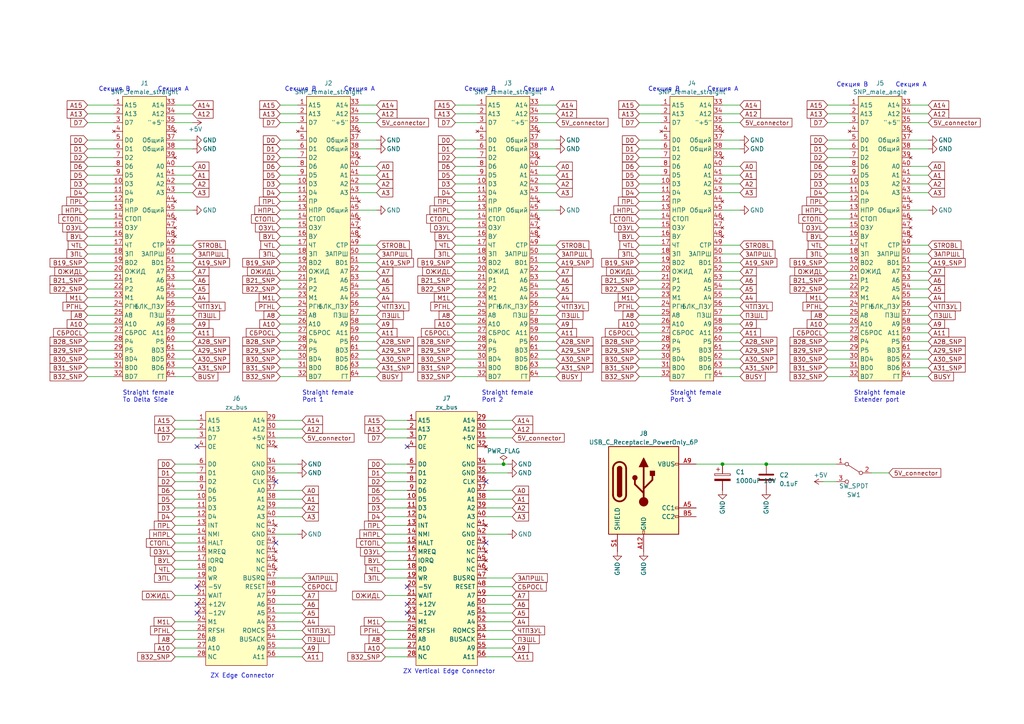
<source format=kicad_sch>
(kicad_sch (version 20230121) (generator eeschema)
  (paper "A4")
  (junction (at 222.25 134.62))
  (junction (at 209.55 134.62))
  (junction (at 146.05 134.62))
  (no_connect (at 140.97 139.7))
  (no_connect (at 57.15 175.26))
  (no_connect (at 118.11 175.26))
  (no_connect (at 57.15 177.8))
  (no_connect (at 140.97 157.48))
  (no_connect (at 80.01 157.48))
  (no_connect (at 118.11 177.8))
  (no_connect (at 118.11 129.54))
  (no_connect (at 80.01 139.7))
  (no_connect (at 57.15 170.18))
  (no_connect (at 118.11 170.18))
  (no_connect (at 57.15 129.54))
  (wire (pts (xy 55.88 109.22) (xy 50.8 109.22)))
  (wire (pts (xy 81.28 88.9) (xy 86.36 88.9)))
  (wire (pts (xy 240.03 99.06) (xy 246.38 99.06)))
  (wire (pts (xy 185.42 45.72) (xy 191.77 45.72)))
  (wire (pts (xy 104.14 86.36) (xy 109.22 86.36)))
  (wire (pts (xy 55.88 60.96) (xy 50.8 60.96)))
  (wire (pts (xy 81.28 101.6) (xy 86.36 101.6)))
  (wire (pts (xy 104.14 88.9) (xy 109.22 88.9)))
  (wire (pts (xy 156.21 81.28) (xy 161.29 81.28)))
  (wire (pts (xy 132.08 40.64) (xy 138.43 40.64)))
  (wire (pts (xy 104.14 109.22) (xy 109.22 109.22)))
  (wire (pts (xy 240.03 63.5) (xy 246.38 63.5)))
  (wire (pts (xy 209.55 83.82) (xy 214.63 83.82)))
  (wire (pts (xy 50.8 137.16) (xy 57.15 137.16)))
  (wire (pts (xy 264.16 86.36) (xy 269.24 86.36)))
  (wire (pts (xy 156.21 101.6) (xy 161.29 101.6)))
  (wire (pts (xy 81.28 104.14) (xy 86.36 104.14)))
  (wire (pts (xy 209.55 60.96) (xy 214.63 60.96)))
  (wire (pts (xy 81.28 68.58) (xy 86.36 68.58)))
  (wire (pts (xy 185.42 53.34) (xy 191.77 53.34)))
  (wire (pts (xy 264.16 55.88) (xy 269.24 55.88)))
  (wire (pts (xy 209.55 101.6) (xy 214.63 101.6)))
  (wire (pts (xy 156.21 30.48) (xy 161.29 30.48)))
  (wire (pts (xy 50.8 172.72) (xy 57.15 172.72)))
  (wire (pts (xy 25.4 33.02) (xy 33.02 33.02)))
  (wire (pts (xy 156.21 96.52) (xy 161.29 96.52)))
  (wire (pts (xy 111.76 160.02) (xy 118.11 160.02)))
  (wire (pts (xy 185.42 66.04) (xy 191.77 66.04)))
  (wire (pts (xy 81.28 93.98) (xy 86.36 93.98)))
  (wire (pts (xy 240.03 96.52) (xy 246.38 96.52)))
  (wire (pts (xy 50.8 127) (xy 57.15 127)))
  (wire (pts (xy 132.08 60.96) (xy 138.43 60.96)))
  (wire (pts (xy 104.14 71.12) (xy 109.22 71.12)))
  (wire (pts (xy 264.16 50.8) (xy 269.24 50.8)))
  (wire (pts (xy 185.42 30.48) (xy 191.77 30.48)))
  (wire (pts (xy 25.4 50.8) (xy 33.02 50.8)))
  (wire (pts (xy 111.76 149.86) (xy 118.11 149.86)))
  (wire (pts (xy 87.63 149.86) (xy 80.01 149.86)))
  (wire (pts (xy 185.42 76.2) (xy 191.77 76.2)))
  (wire (pts (xy 55.88 99.06) (xy 50.8 99.06)))
  (wire (pts (xy 55.88 101.6) (xy 50.8 101.6)))
  (wire (pts (xy 264.16 93.98) (xy 269.24 93.98)))
  (wire (pts (xy 132.08 53.34) (xy 138.43 53.34)))
  (wire (pts (xy 156.21 60.96) (xy 161.29 60.96)))
  (wire (pts (xy 50.8 190.5) (xy 57.15 190.5)))
  (wire (pts (xy 209.55 109.22) (xy 214.63 109.22)))
  (wire (pts (xy 156.21 43.18) (xy 161.29 43.18)))
  (wire (pts (xy 240.03 101.6) (xy 246.38 101.6)))
  (wire (pts (xy 209.55 104.14) (xy 214.63 104.14)))
  (wire (pts (xy 111.76 154.94) (xy 118.11 154.94)))
  (wire (pts (xy 156.21 76.2) (xy 161.29 76.2)))
  (wire (pts (xy 209.55 134.62) (xy 222.25 134.62)))
  (wire (pts (xy 209.55 35.56) (xy 214.63 35.56)))
  (wire (pts (xy 185.42 35.56) (xy 191.77 35.56)))
  (wire (pts (xy 209.55 93.98) (xy 214.63 93.98)))
  (wire (pts (xy 209.55 73.66) (xy 214.63 73.66)))
  (wire (pts (xy 81.28 63.5) (xy 86.36 63.5)))
  (wire (pts (xy 264.16 30.48) (xy 269.24 30.48)))
  (wire (pts (xy 240.03 93.98) (xy 246.38 93.98)))
  (wire (pts (xy 156.21 86.36) (xy 161.29 86.36)))
  (wire (pts (xy 104.14 76.2) (xy 109.22 76.2)))
  (wire (pts (xy 81.28 83.82) (xy 86.36 83.82)))
  (wire (pts (xy 55.88 88.9) (xy 50.8 88.9)))
  (wire (pts (xy 132.08 30.48) (xy 138.43 30.48)))
  (wire (pts (xy 209.55 55.88) (xy 214.63 55.88)))
  (wire (pts (xy 240.03 68.58) (xy 246.38 68.58)))
  (wire (pts (xy 209.55 106.68) (xy 214.63 106.68)))
  (wire (pts (xy 25.4 53.34) (xy 33.02 53.34)))
  (wire (pts (xy 148.59 167.64) (xy 140.97 167.64)))
  (wire (pts (xy 87.63 190.5) (xy 80.01 190.5)))
  (wire (pts (xy 240.03 55.88) (xy 246.38 55.88)))
  (wire (pts (xy 111.76 137.16) (xy 118.11 137.16)))
  (wire (pts (xy 185.42 50.8) (xy 191.77 50.8)))
  (wire (pts (xy 132.08 104.14) (xy 138.43 104.14)))
  (wire (pts (xy 25.4 96.52) (xy 33.02 96.52)))
  (wire (pts (xy 264.16 101.6) (xy 269.24 101.6)))
  (wire (pts (xy 140.97 127) (xy 148.59 127)))
  (wire (pts (xy 111.76 157.48) (xy 118.11 157.48)))
  (wire (pts (xy 185.42 55.88) (xy 191.77 55.88)))
  (wire (pts (xy 132.08 73.66) (xy 138.43 73.66)))
  (wire (pts (xy 185.42 60.96) (xy 191.77 60.96)))
  (wire (pts (xy 55.88 76.2) (xy 50.8 76.2)))
  (wire (pts (xy 104.14 83.82) (xy 109.22 83.82)))
  (wire (pts (xy 264.16 60.96) (xy 269.24 60.96)))
  (wire (pts (xy 87.63 142.24) (xy 80.01 142.24)))
  (wire (pts (xy 264.16 40.64) (xy 269.24 40.64)))
  (wire (pts (xy 104.14 99.06) (xy 109.22 99.06)))
  (wire (pts (xy 55.88 30.48) (xy 50.8 30.48)))
  (wire (pts (xy 81.28 78.74) (xy 86.36 78.74)))
  (wire (pts (xy 87.63 144.78) (xy 80.01 144.78)))
  (wire (pts (xy 87.63 177.8) (xy 80.01 177.8)))
  (wire (pts (xy 104.14 104.14) (xy 109.22 104.14)))
  (wire (pts (xy 185.42 99.06) (xy 191.77 99.06)))
  (wire (pts (xy 55.88 35.56) (xy 50.8 35.56)))
  (wire (pts (xy 156.21 35.56) (xy 161.29 35.56)))
  (wire (pts (xy 185.42 86.36) (xy 191.77 86.36)))
  (wire (pts (xy 240.03 35.56) (xy 246.38 35.56)))
  (wire (pts (xy 104.14 33.02) (xy 109.22 33.02)))
  (wire (pts (xy 25.4 76.2) (xy 33.02 76.2)))
  (wire (pts (xy 50.8 180.34) (xy 57.15 180.34)))
  (wire (pts (xy 81.28 86.36) (xy 86.36 86.36)))
  (wire (pts (xy 156.21 83.82) (xy 161.29 83.82)))
  (wire (pts (xy 132.08 99.06) (xy 138.43 99.06)))
  (wire (pts (xy 25.4 88.9) (xy 33.02 88.9)))
  (wire (pts (xy 33.02 99.06) (xy 25.4 99.06)))
  (wire (pts (xy 104.14 73.66) (xy 109.22 73.66)))
  (wire (pts (xy 240.03 48.26) (xy 246.38 48.26)))
  (wire (pts (xy 185.42 109.22) (xy 191.77 109.22)))
  (wire (pts (xy 148.59 142.24) (xy 140.97 142.24)))
  (wire (pts (xy 104.14 91.44) (xy 109.22 91.44)))
  (wire (pts (xy 50.8 154.94) (xy 57.15 154.94)))
  (wire (pts (xy 25.4 58.42) (xy 33.02 58.42)))
  (wire (pts (xy 104.14 106.68) (xy 109.22 106.68)))
  (wire (pts (xy 111.76 185.42) (xy 118.11 185.42)))
  (wire (pts (xy 81.28 30.48) (xy 86.36 30.48)))
  (wire (pts (xy 209.55 88.9) (xy 214.63 88.9)))
  (wire (pts (xy 240.03 33.02) (xy 246.38 33.02)))
  (wire (pts (xy 87.63 147.32) (xy 80.01 147.32)))
  (wire (pts (xy 104.14 53.34) (xy 109.22 53.34)))
  (wire (pts (xy 148.59 147.32) (xy 140.97 147.32)))
  (wire (pts (xy 50.8 152.4) (xy 57.15 152.4)))
  (wire (pts (xy 132.08 81.28) (xy 138.43 81.28)))
  (wire (pts (xy 104.14 96.52) (xy 109.22 96.52)))
  (wire (pts (xy 132.08 91.44) (xy 138.43 91.44)))
  (wire (pts (xy 156.21 73.66) (xy 161.29 73.66)))
  (wire (pts (xy 264.16 35.56) (xy 269.24 35.56)))
  (wire (pts (xy 264.16 96.52) (xy 269.24 96.52)))
  (wire (pts (xy 81.28 66.04) (xy 86.36 66.04)))
  (wire (pts (xy 25.4 68.58) (xy 33.02 68.58)))
  (wire (pts (xy 209.55 43.18) (xy 214.63 43.18)))
  (wire (pts (xy 240.03 50.8) (xy 246.38 50.8)))
  (wire (pts (xy 55.88 78.74) (xy 50.8 78.74)))
  (wire (pts (xy 50.8 134.62) (xy 57.15 134.62)))
  (wire (pts (xy 147.32 134.62) (xy 146.05 134.62)))
  (wire (pts (xy 55.88 55.88) (xy 50.8 55.88)))
  (wire (pts (xy 104.14 50.8) (xy 109.22 50.8)))
  (wire (pts (xy 33.02 83.82) (xy 25.4 83.82)))
  (wire (pts (xy 185.42 73.66) (xy 191.77 73.66)))
  (wire (pts (xy 240.03 45.72) (xy 246.38 45.72)))
  (wire (pts (xy 156.21 33.02) (xy 161.29 33.02)))
  (wire (pts (xy 104.14 40.64) (xy 109.22 40.64)))
  (wire (pts (xy 111.76 172.72) (xy 118.11 172.72)))
  (wire (pts (xy 185.42 48.26) (xy 191.77 48.26)))
  (wire (pts (xy 81.28 45.72) (xy 86.36 45.72)))
  (wire (pts (xy 147.32 154.94) (xy 140.97 154.94)))
  (wire (pts (xy 209.55 40.64) (xy 214.63 40.64)))
  (wire (pts (xy 55.88 106.68) (xy 50.8 106.68)))
  (wire (pts (xy 81.28 35.56) (xy 86.36 35.56)))
  (wire (pts (xy 132.08 58.42) (xy 138.43 58.42)))
  (wire (pts (xy 209.55 86.36) (xy 214.63 86.36)))
  (wire (pts (xy 209.55 96.52) (xy 214.63 96.52)))
  (wire (pts (xy 25.4 55.88) (xy 33.02 55.88)))
  (wire (pts (xy 50.8 167.64) (xy 57.15 167.64)))
  (wire (pts (xy 185.42 33.02) (xy 191.77 33.02)))
  (wire (pts (xy 55.88 71.12) (xy 50.8 71.12)))
  (wire (pts (xy 25.4 43.18) (xy 33.02 43.18)))
  (wire (pts (xy 81.28 96.52) (xy 86.36 96.52)))
  (wire (pts (xy 104.14 43.18) (xy 109.22 43.18)))
  (wire (pts (xy 111.76 162.56) (xy 118.11 162.56)))
  (wire (pts (xy 55.88 33.02) (xy 50.8 33.02)))
  (wire (pts (xy 81.28 60.96) (xy 86.36 60.96)))
  (wire (pts (xy 185.42 71.12) (xy 191.77 71.12)))
  (wire (pts (xy 148.59 185.42) (xy 140.97 185.42)))
  (wire (pts (xy 240.03 60.96) (xy 246.38 60.96)))
  (wire (pts (xy 132.08 78.74) (xy 138.43 78.74)))
  (wire (pts (xy 209.55 30.48) (xy 214.63 30.48)))
  (wire (pts (xy 111.76 124.46) (xy 118.11 124.46)))
  (wire (pts (xy 238.76 139.7) (xy 242.57 139.7)))
  (wire (pts (xy 240.03 109.22) (xy 246.38 109.22)))
  (wire (pts (xy 50.8 160.02) (xy 57.15 160.02)))
  (wire (pts (xy 50.8 147.32) (xy 57.15 147.32)))
  (wire (pts (xy 55.88 43.18) (xy 50.8 43.18)))
  (wire (pts (xy 25.4 86.36) (xy 33.02 86.36)))
  (wire (pts (xy 81.28 71.12) (xy 86.36 71.12)))
  (wire (pts (xy 111.76 144.78) (xy 118.11 144.78)))
  (wire (pts (xy 50.8 144.78) (xy 57.15 144.78)))
  (wire (pts (xy 87.63 167.64) (xy 80.01 167.64)))
  (wire (pts (xy 156.21 50.8) (xy 161.29 50.8)))
  (wire (pts (xy 264.16 83.82) (xy 269.24 83.82)))
  (wire (pts (xy 185.42 96.52) (xy 191.77 96.52)))
  (wire (pts (xy 81.28 48.26) (xy 86.36 48.26)))
  (wire (pts (xy 55.88 48.26) (xy 50.8 48.26)))
  (wire (pts (xy 240.03 104.14) (xy 246.38 104.14)))
  (wire (pts (xy 185.42 106.68) (xy 191.77 106.68)))
  (wire (pts (xy 240.03 71.12) (xy 246.38 71.12)))
  (wire (pts (xy 25.4 60.96) (xy 33.02 60.96)))
  (wire (pts (xy 111.76 165.1) (xy 118.11 165.1)))
  (wire (pts (xy 132.08 86.36) (xy 138.43 86.36)))
  (wire (pts (xy 111.76 167.64) (xy 118.11 167.64)))
  (wire (pts (xy 55.88 93.98) (xy 50.8 93.98)))
  (wire (pts (xy 25.4 109.22) (xy 33.02 109.22)))
  (wire (pts (xy 87.63 187.96) (xy 80.01 187.96)))
  (wire (pts (xy 86.36 137.16) (xy 80.01 137.16)))
  (wire (pts (xy 50.8 162.56) (xy 57.15 162.56)))
  (wire (pts (xy 185.42 63.5) (xy 191.77 63.5)))
  (wire (pts (xy 209.55 81.28) (xy 214.63 81.28)))
  (wire (pts (xy 25.4 104.14) (xy 33.02 104.14)))
  (wire (pts (xy 156.21 71.12) (xy 161.29 71.12)))
  (wire (pts (xy 111.76 152.4) (xy 118.11 152.4)))
  (wire (pts (xy 264.16 104.14) (xy 269.24 104.14)))
  (wire (pts (xy 50.8 149.86) (xy 57.15 149.86)))
  (wire (pts (xy 257.81 137.16) (xy 252.73 137.16)))
  (wire (pts (xy 132.08 101.6) (xy 138.43 101.6)))
  (wire (pts (xy 81.28 50.8) (xy 86.36 50.8)))
  (wire (pts (xy 264.16 48.26) (xy 269.24 48.26)))
  (wire (pts (xy 132.08 55.88) (xy 138.43 55.88)))
  (wire (pts (xy 156.21 93.98) (xy 161.29 93.98)))
  (wire (pts (xy 50.8 121.92) (xy 57.15 121.92)))
  (wire (pts (xy 156.21 91.44) (xy 161.29 91.44)))
  (wire (pts (xy 80.01 121.92) (xy 87.63 121.92)))
  (wire (pts (xy 209.55 91.44) (xy 214.63 91.44)))
  (wire (pts (xy 209.55 33.02) (xy 214.63 33.02)))
  (wire (pts (xy 209.55 50.8) (xy 214.63 50.8)))
  (wire (pts (xy 87.63 172.72) (xy 80.01 172.72)))
  (wire (pts (xy 156.21 104.14) (xy 161.29 104.14)))
  (wire (pts (xy 156.21 55.88) (xy 161.29 55.88)))
  (wire (pts (xy 81.28 106.68) (xy 86.36 106.68)))
  (wire (pts (xy 209.55 78.74) (xy 214.63 78.74)))
  (wire (pts (xy 132.08 71.12) (xy 138.43 71.12)))
  (wire (pts (xy 156.21 40.64) (xy 161.29 40.64)))
  (wire (pts (xy 264.16 33.02) (xy 269.24 33.02)))
  (wire (pts (xy 55.88 50.8) (xy 50.8 50.8)))
  (wire (pts (xy 148.59 175.26) (xy 140.97 175.26)))
  (wire (pts (xy 25.4 63.5) (xy 33.02 63.5)))
  (wire (pts (xy 104.14 81.28) (xy 109.22 81.28)))
  (wire (pts (xy 87.63 180.34) (xy 80.01 180.34)))
  (wire (pts (xy 81.28 58.42) (xy 86.36 58.42)))
  (wire (pts (xy 264.16 71.12) (xy 269.24 71.12)))
  (wire (pts (xy 81.28 55.88) (xy 86.36 55.88)))
  (wire (pts (xy 201.93 134.62) (xy 209.55 134.62)))
  (wire (pts (xy 185.42 68.58) (xy 191.77 68.58)))
  (wire (pts (xy 111.76 147.32) (xy 118.11 147.32)))
  (wire (pts (xy 140.97 124.46) (xy 148.59 124.46)))
  (wire (pts (xy 222.25 134.62) (xy 242.57 134.62)))
  (wire (pts (xy 33.02 81.28) (xy 25.4 81.28)))
  (wire (pts (xy 50.8 185.42) (xy 57.15 185.42)))
  (wire (pts (xy 104.14 30.48) (xy 109.22 30.48)))
  (wire (pts (xy 132.08 109.22) (xy 138.43 109.22)))
  (wire (pts (xy 209.55 71.12) (xy 214.63 71.12)))
  (wire (pts (xy 132.08 48.26) (xy 138.43 48.26)))
  (wire (pts (xy 148.59 190.5) (xy 140.97 190.5)))
  (wire (pts (xy 132.08 83.82) (xy 138.43 83.82)))
  (wire (pts (xy 185.42 81.28) (xy 191.77 81.28)))
  (wire (pts (xy 25.4 78.74) (xy 33.02 78.74)))
  (wire (pts (xy 111.76 139.7) (xy 118.11 139.7)))
  (wire (pts (xy 50.8 182.88) (xy 57.15 182.88)))
  (wire (pts (xy 156.21 99.06) (xy 161.29 99.06)))
  (wire (pts (xy 81.28 99.06) (xy 86.36 99.06)))
  (wire (pts (xy 111.76 142.24) (xy 118.11 142.24)))
  (wire (pts (xy 264.16 106.68) (xy 269.24 106.68)))
  (wire (pts (xy 25.4 35.56) (xy 33.02 35.56)))
  (wire (pts (xy 148.59 180.34) (xy 140.97 180.34)))
  (wire (pts (xy 104.14 78.74) (xy 109.22 78.74)))
  (wire (pts (xy 209.55 99.06) (xy 214.63 99.06)))
  (wire (pts (xy 87.63 182.88) (xy 80.01 182.88)))
  (wire (pts (xy 156.21 88.9) (xy 161.29 88.9)))
  (wire (pts (xy 264.16 109.22) (xy 269.24 109.22)))
  (wire (pts (xy 50.8 165.1) (xy 57.15 165.1)))
  (wire (pts (xy 81.28 81.28) (xy 86.36 81.28)))
  (wire (pts (xy 55.88 83.82) (xy 50.8 83.82)))
  (wire (pts (xy 55.88 81.28) (xy 50.8 81.28)))
  (wire (pts (xy 132.08 63.5) (xy 138.43 63.5)))
  (wire (pts (xy 148.59 144.78) (xy 140.97 144.78)))
  (wire (pts (xy 104.14 60.96) (xy 109.22 60.96)))
  (wire (pts (xy 132.08 96.52) (xy 138.43 96.52)))
  (wire (pts (xy 81.28 76.2) (xy 86.36 76.2)))
  (wire (pts (xy 264.16 88.9) (xy 269.24 88.9)))
  (wire (pts (xy 185.42 78.74) (xy 191.77 78.74)))
  (wire (pts (xy 55.88 73.66) (xy 50.8 73.66)))
  (wire (pts (xy 50.8 157.48) (xy 57.15 157.48)))
  (wire (pts (xy 156.21 53.34) (xy 161.29 53.34)))
  (wire (pts (xy 25.4 48.26) (xy 33.02 48.26)))
  (wire (pts (xy 25.4 40.64) (xy 33.02 40.64)))
  (wire (pts (xy 111.76 182.88) (xy 118.11 182.88)))
  (wire (pts (xy 156.21 106.68) (xy 161.29 106.68)))
  (wire (pts (xy 50.8 187.96) (xy 57.15 187.96)))
  (wire (pts (xy 81.28 53.34) (xy 86.36 53.34)))
  (wire (pts (xy 25.4 30.48) (xy 33.02 30.48)))
  (wire (pts (xy 132.08 93.98) (xy 138.43 93.98)))
  (wire (pts (xy 111.76 180.34) (xy 118.11 180.34)))
  (wire (pts (xy 240.03 91.44) (xy 246.38 91.44)))
  (wire (pts (xy 132.08 68.58) (xy 138.43 68.58)))
  (wire (pts (xy 240.03 58.42) (xy 246.38 58.42)))
  (wire (pts (xy 132.08 106.68) (xy 138.43 106.68)))
  (wire (pts (xy 209.55 53.34) (xy 214.63 53.34)))
  (wire (pts (xy 87.63 170.18) (xy 80.01 170.18)))
  (wire (pts (xy 111.76 187.96) (xy 118.11 187.96)))
  (wire (pts (xy 240.03 88.9) (xy 246.38 88.9)))
  (wire (pts (xy 240.03 83.82) (xy 246.38 83.82)))
  (wire (pts (xy 55.88 104.14) (xy 50.8 104.14)))
  (wire (pts (xy 185.42 91.44) (xy 191.77 91.44)))
  (wire (pts (xy 81.28 73.66) (xy 86.36 73.66)))
  (wire (pts (xy 240.03 53.34) (xy 246.38 53.34)))
  (wire (pts (xy 148.59 172.72) (xy 140.97 172.72)))
  (wire (pts (xy 50.8 142.24) (xy 57.15 142.24)))
  (wire (pts (xy 240.03 73.66) (xy 246.38 73.66)))
  (wire (pts (xy 185.42 101.6) (xy 191.77 101.6)))
  (wire (pts (xy 50.8 124.46) (xy 57.15 124.46)))
  (wire (pts (xy 25.4 91.44) (xy 33.02 91.44)))
  (wire (pts (xy 132.08 50.8) (xy 138.43 50.8)))
  (wire (pts (xy 86.36 154.94) (xy 80.01 154.94)))
  (wire (pts (xy 240.03 66.04) (xy 246.38 66.04)))
  (wire (pts (xy 264.16 53.34) (xy 269.24 53.34)))
  (wire (pts (xy 264.16 73.66) (xy 269.24 73.66)))
  (wire (pts (xy 147.32 137.16) (xy 140.97 137.16)))
  (wire (pts (xy 148.59 170.18) (xy 140.97 170.18)))
  (wire (pts (xy 185.42 83.82) (xy 191.77 83.82)))
  (wire (pts (xy 87.63 185.42) (xy 80.01 185.42)))
  (wire (pts (xy 55.88 86.36) (xy 50.8 86.36)))
  (wire (pts (xy 111.76 121.92) (xy 118.11 121.92)))
  (wire (pts (xy 55.88 96.52) (xy 50.8 96.52)))
  (wire (pts (xy 185.42 88.9) (xy 191.77 88.9)))
  (wire (pts (xy 55.88 40.64) (xy 50.8 40.64)))
  (wire (pts (xy 25.4 73.66) (xy 33.02 73.66)))
  (wire (pts (xy 185.42 43.18) (xy 191.77 43.18)))
  (wire (pts (xy 111.76 127) (xy 118.11 127)))
  (wire (pts (xy 81.28 40.64) (xy 86.36 40.64)))
  (wire (pts (xy 240.03 76.2) (xy 246.38 76.2)))
  (wire (pts (xy 104.14 48.26) (xy 109.22 48.26)))
  (wire (pts (xy 240.03 40.64) (xy 246.38 40.64)))
  (wire (pts (xy 209.55 76.2) (xy 214.63 76.2)))
  (wire (pts (xy 80.01 127) (xy 87.63 127)))
  (wire (pts (xy 240.03 43.18) (xy 246.38 43.18)))
  (wire (pts (xy 86.36 134.62) (xy 80.01 134.62)))
  (wire (pts (xy 185.42 93.98) (xy 191.77 93.98)))
  (wire (pts (xy 264.16 99.06) (xy 269.24 99.06)))
  (wire (pts (xy 148.59 182.88) (xy 140.97 182.88)))
  (wire (pts (xy 264.16 91.44) (xy 269.24 91.44)))
  (wire (pts (xy 264.16 43.18) (xy 269.24 43.18)))
  (wire (pts (xy 104.14 93.98) (xy 109.22 93.98)))
  (wire (pts (xy 55.88 53.34) (xy 50.8 53.34)))
  (wire (pts (xy 132.08 88.9) (xy 138.43 88.9)))
  (wire (pts (xy 104.14 55.88) (xy 109.22 55.88)))
  (wire (pts (xy 33.02 101.6) (xy 25.4 101.6)))
  (wire (pts (xy 148.59 187.96) (xy 140.97 187.96)))
  (wire (pts (xy 240.03 81.28) (xy 246.38 81.28)))
  (wire (pts (xy 25.4 106.68) (xy 33.02 106.68)))
  (wire (pts (xy 104.14 35.56) (xy 109.22 35.56)))
  (wire (pts (xy 185.42 40.64) (xy 191.77 40.64)))
  (wire (pts (xy 148.59 149.86) (xy 140.97 149.86)))
  (wire (pts (xy 140.97 121.92) (xy 148.59 121.92)))
  (wire (pts (xy 156.21 109.22) (xy 161.29 109.22)))
  (wire (pts (xy 240.03 30.48) (xy 246.38 30.48)))
  (wire (pts (xy 81.28 43.18) (xy 86.36 43.18)))
  (wire (pts (xy 185.42 104.14) (xy 191.77 104.14)))
  (wire (pts (xy 148.59 177.8) (xy 140.97 177.8)))
  (wire (pts (xy 240.03 78.74) (xy 246.38 78.74)))
  (wire (pts (xy 87.63 175.26) (xy 80.01 175.26)))
  (wire (pts (xy 132.08 33.02) (xy 138.43 33.02)))
  (wire (pts (xy 25.4 45.72) (xy 33.02 45.72)))
  (wire (pts (xy 132.08 76.2) (xy 138.43 76.2)))
  (wire (pts (xy 185.42 58.42) (xy 191.77 58.42)))
  (wire (pts (xy 264.16 76.2) (xy 269.24 76.2)))
  (wire (pts (xy 25.4 66.04) (xy 33.02 66.04)))
  (wire (pts (xy 81.28 33.02) (xy 86.36 33.02)))
  (wire (pts (xy 132.08 66.04) (xy 138.43 66.04)))
  (wire (pts (xy 111.76 190.5) (xy 118.11 190.5)))
  (wire (pts (xy 146.05 134.62) (xy 140.97 134.62)))
  (wire (pts (xy 156.21 48.26) (xy 161.29 48.26)))
  (wire (pts (xy 111.76 134.62) (xy 118.11 134.62)))
  (wire (pts (xy 264.16 78.74) (xy 269.24 78.74)))
  (wire (pts (xy 81.28 91.44) (xy 86.36 91.44)))
  (wire (pts (xy 132.08 43.18) (xy 138.43 43.18)))
  (wire (pts (xy 240.03 106.68) (xy 246.38 106.68)))
  (wire (pts (xy 25.4 71.12) (xy 33.02 71.12)))
  (wire (pts (xy 25.4 93.98) (xy 33.02 93.98)))
  (wire (pts (xy 156.21 78.74) (xy 161.29 78.74)))
  (wire (pts (xy 50.8 139.7) (xy 57.15 139.7)))
  (wire (pts (xy 132.08 45.72) (xy 138.43 45.72)))
  (wire (pts (xy 264.16 81.28) (xy 269.24 81.28)))
  (wire (pts (xy 209.55 48.26) (xy 214.63 48.26)))
  (wire (pts (xy 240.03 86.36) (xy 246.38 86.36)))
  (wire (pts (xy 55.88 91.44) (xy 50.8 91.44)))
  (wire (pts (xy 104.14 101.6) (xy 109.22 101.6)))
  (wire (pts (xy 80.01 124.46) (xy 87.63 124.46)))
  (wire (pts (xy 81.28 109.22) (xy 86.36 109.22)))
  (wire (pts (xy 132.08 35.56) (xy 138.43 35.56)))
  (text "Секция В" (at 187.96 26.67 0) (effects (font (size 1.27 1.27)) (justify left bottom)))
  (text "Секция А" (at 99.695 26.67 0) (effects (font (size 1.27 1.27)) (justify left bottom)))
  (text "Секция В" (at 242.57 25.4 0) (effects (font (size 1.27 1.27)) (justify left bottom)))
  (text "Straight female\nPort 3" (at 194.31 116.84 0) (effects (font (size 1.27 1.27)) (justify left bottom)))
  (text "Straight female\nTo Delta Side" (at 35.56 116.84 0) (effects (font (size 1.27 1.27)) (justify left bottom)))
  (text "ZX Vertical Edge Connector" (at 116.84 195.58 0) (effects (font (size 1.27 1.27)) (justify left bottom)))
  (text "Секция А" (at 45.72 26.67 0) (effects (font (size 1.27 1.27)) (justify left bottom)))
  (text "Straight female\nPort 2" (at 139.7 116.84 0) (effects (font (size 1.27 1.27)) (justify left bottom)))
  (text "Секция А" (at 205.105 26.67 0) (effects (font (size 1.27 1.27)) (justify left bottom)))
  (text "Секция А" (at 151.765 26.67 0) (effects (font (size 1.27 1.27)) (justify left bottom)))
  (text "ZX Edge Connector" (at 60.96 196.85 0) (effects (font (size 1.27 1.27)) (justify left bottom)))
  (text "Секция В" (at 82.55 26.67 0) (effects (font (size 1.27 1.27)) (justify left bottom)))
  (text "Секция А" (at 259.715 25.4 0) (effects (font (size 1.27 1.27)) (justify left bottom)))
  (text "Straight female\nExtender port" (at 247.65 116.84 0) (effects (font (size 1.27 1.27)) (justify left bottom)))
  (text "Straight female\nPort 1" (at 87.63 116.84 0) (effects (font (size 1.27 1.27)) (justify left bottom)))
  (text "Секция В" (at 134.62 26.67 0) (effects (font (size 1.27 1.27)) (justify left bottom)))
  (text "Секция В" (at 28.575 26.67 0) (effects (font (size 1.27 1.27)) (justify left bottom)))
  (global_label "STROBL" (shape input) (at 161.29 71.12 0) (property "Intersheetrefs" "${INTERSHEET_REFS}" (effects hide)))
  (global_label "ПРL" (shape input) (at 185.42 58.42 180) (property "Intersheetrefs" "${INTERSHEET_REFS}" (effects hide)))
  (global_label "B31_SNP" (shape input) (at 132.08 106.68 180) (property "Intersheetrefs" "${INTERSHEET_REFS}" (effects hide)))
  (global_label "M1L" (shape input) (at 185.42 86.36 180) (property "Intersheetrefs" "${INTERSHEET_REFS}" (effects hide)))
  (global_label "B19_SNP" (shape input) (at 240.03 76.2 180) (property "Intersheetrefs" "${INTERSHEET_REFS}" (effects hide)))
  (global_label "B28_SNP" (shape input) (at 81.28 99.06 180) (property "Intersheetrefs" "${INTERSHEET_REFS}" (effects hide)))
  (global_label "D0" (shape input) (at 81.28 40.64 180) (property "Intersheetrefs" "${INTERSHEET_REFS}" (effects hide)))
  (global_label "D6" (shape input) (at 81.28 48.26 180) (property "Intersheetrefs" "${INTERSHEET_REFS}" (effects hide)))
  (global_label "B19_SNP" (shape input) (at 132.08 76.2 180) (property "Intersheetrefs" "${INTERSHEET_REFS}" (effects hide)))
  (global_label "BUSY" (shape input) (at 109.22 109.22 0) (property "Intersheetrefs" "${INTERSHEET_REFS}" (effects hide)))
  (global_label "D3" (shape input) (at 50.8 147.32 180) (property "Intersheetrefs" "${INTERSHEET_REFS}" (effects hide)))
  (global_label "СБРОСL" (shape input) (at 185.42 96.52 180) (property "Intersheetrefs" "${INTERSHEET_REFS}" (effects hide)))
  (global_label "ВУL" (shape input) (at 185.42 68.58 180) (property "Intersheetrefs" "${INTERSHEET_REFS}" (effects hide)))
  (global_label "B28_SNP" (shape input) (at 185.42 99.06 180) (property "Intersheetrefs" "${INTERSHEET_REFS}" (effects hide)))
  (global_label "B30_SNP" (shape input) (at 81.28 104.14 180) (property "Intersheetrefs" "${INTERSHEET_REFS}" (effects hide)))
  (global_label "B30_SNP" (shape input) (at 185.42 104.14 180) (property "Intersheetrefs" "${INTERSHEET_REFS}" (effects hide)))
  (global_label "D0" (shape input) (at 240.03 40.64 180) (property "Intersheetrefs" "${INTERSHEET_REFS}" (effects hide)))
  (global_label "A13" (shape input) (at 240.03 33.02 180) (property "Intersheetrefs" "${INTERSHEET_REFS}" (effects hide)))
  (global_label "ОЗУL" (shape input) (at 81.28 66.04 180) (property "Intersheetrefs" "${INTERSHEET_REFS}" (effects hide)))
  (global_label "ПРL" (shape input) (at 240.03 58.42 180) (property "Intersheetrefs" "${INTERSHEET_REFS}" (effects hide)))
  (global_label "B28_SNP" (shape input) (at 132.08 99.06 180) (property "Intersheetrefs" "${INTERSHEET_REFS}" (effects hide)))
  (global_label "A11" (shape input) (at 87.63 190.5 0) (property "Intersheetrefs" "${INTERSHEET_REFS}" (effects hide)))
  (global_label "ОЖИДL" (shape input) (at 185.42 78.74 180) (property "Intersheetrefs" "${INTERSHEET_REFS}" (effects hide)))
  (global_label "A30_SNP" (shape input) (at 55.88 104.14 0) (property "Intersheetrefs" "${INTERSHEET_REFS}" (effects hide)))
  (global_label "D6" (shape input) (at 132.08 48.26 180) (property "Intersheetrefs" "${INTERSHEET_REFS}" (effects hide)))
  (global_label "D6" (shape input) (at 25.4 48.26 180) (property "Intersheetrefs" "${INTERSHEET_REFS}" (effects hide)))
  (global_label "A3" (shape input) (at 269.24 55.88 0) (property "Intersheetrefs" "${INTERSHEET_REFS}" (effects hide)))
  (global_label "A15" (shape input) (at 25.4 30.48 180) (property "Intersheetrefs" "${INTERSHEET_REFS}" (effects hide)))
  (global_label "B21_SNP" (shape input) (at 240.03 81.28 180) (property "Intersheetrefs" "${INTERSHEET_REFS}" (effects hide)))
  (global_label "D7" (shape input) (at 81.28 35.56 180) (property "Intersheetrefs" "${INTERSHEET_REFS}" (effects hide)))
  (global_label "A29_SNP" (shape input) (at 109.22 101.6 0) (property "Intersheetrefs" "${INTERSHEET_REFS}" (effects hide)))
  (global_label "НПРL" (shape input) (at 111.76 154.94 180) (property "Intersheetrefs" "${INTERSHEET_REFS}" (effects hide)))
  (global_label "STROBL" (shape input) (at 109.22 71.12 0) (property "Intersheetrefs" "${INTERSHEET_REFS}" (effects hide)))
  (global_label "A2" (shape input) (at 161.29 53.34 0) (property "Intersheetrefs" "${INTERSHEET_REFS}" (effects hide)))
  (global_label "A19_SNP" (shape input) (at 269.24 76.2 0) (property "Intersheetrefs" "${INTERSHEET_REFS}" (effects hide)))
  (global_label "A2" (shape input) (at 87.63 147.32 0) (property "Intersheetrefs" "${INTERSHEET_REFS}" (effects hide)))
  (global_label "РГНL" (shape input) (at 132.08 88.9 180) (property "Intersheetrefs" "${INTERSHEET_REFS}" (effects hide)))
  (global_label "A10" (shape input) (at 111.76 187.96 180) (property "Intersheetrefs" "${INTERSHEET_REFS}" (effects hide)))
  (global_label "M1L" (shape input) (at 132.08 86.36 180) (property "Intersheetrefs" "${INTERSHEET_REFS}" (effects hide)))
  (global_label "B21_SNP" (shape input) (at 25.4 81.28 180) (property "Intersheetrefs" "${INTERSHEET_REFS}" (effects hide)))
  (global_label "ЧТПЗУL" (shape input) (at 161.29 88.9 0) (property "Intersheetrefs" "${INTERSHEET_REFS}" (effects hide)))
  (global_label "СТОПL" (shape input) (at 240.03 63.5 180) (property "Intersheetrefs" "${INTERSHEET_REFS}" (effects hide)))
  (global_label "ПРL" (shape input) (at 50.8 152.4 180) (property "Intersheetrefs" "${INTERSHEET_REFS}" (effects hide)))
  (global_label "A11" (shape input) (at 148.59 190.5 0) (property "Intersheetrefs" "${INTERSHEET_REFS}" (effects hide)))
  (global_label "D3" (shape input) (at 240.03 53.34 180) (property "Intersheetrefs" "${INTERSHEET_REFS}" (effects hide)))
  (global_label "A8" (shape input) (at 81.28 91.44 180) (property "Intersheetrefs" "${INTERSHEET_REFS}" (effects hide)))
  (global_label "A12" (shape input) (at 87.63 124.46 0) (property "Intersheetrefs" "${INTERSHEET_REFS}" (effects hide)))
  (global_label "D2" (shape input) (at 111.76 139.7 180) (property "Intersheetrefs" "${INTERSHEET_REFS}" (effects hide)))
  (global_label "A30_SNP" (shape input) (at 269.24 104.14 0) (property "Intersheetrefs" "${INTERSHEET_REFS}" (effects hide)))
  (global_label "ЧТПЗУL" (shape input) (at 109.22 88.9 0) (property "Intersheetrefs" "${INTERSHEET_REFS}" (effects hide)))
  (global_label "НПРL" (shape input) (at 81.28 60.96 180) (property "Intersheetrefs" "${INTERSHEET_REFS}" (effects hide)))
  (global_label "B21_SNP" (shape input) (at 81.28 81.28 180) (property "Intersheetrefs" "${INTERSHEET_REFS}" (effects hide)))
  (global_label "A4" (shape input) (at 55.88 86.36 0) (property "Intersheetrefs" "${INTERSHEET_REFS}" (effects hide)))
  (global_label "ЗПL" (shape input) (at 240.03 73.66 180) (property "Intersheetrefs" "${INTERSHEET_REFS}" (effects hide)))
  (global_label "D5" (shape input) (at 240.03 50.8 180) (property "Intersheetrefs" "${INTERSHEET_REFS}" (effects hide)))
  (global_label "B30_SNP" (shape input) (at 132.08 104.14 180) (property "Intersheetrefs" "${INTERSHEET_REFS}" (effects hide)))
  (global_label "A28_SNP" (shape input) (at 55.88 99.06 0) (property "Intersheetrefs" "${INTERSHEET_REFS}" (effects hide)))
  (global_label "A2" (shape input) (at 269.24 53.34 0) (property "Intersheetrefs" "${INTERSHEET_REFS}" (effects hide)))
  (global_label "A28_SNP" (shape input) (at 269.24 99.06 0) (property "Intersheetrefs" "${INTERSHEET_REFS}" (effects hide)))
  (global_label "A15" (shape input) (at 50.8 121.92 180) (property "Intersheetrefs" "${INTERSHEET_REFS}" (effects hide)))
  (global_label "A28_SNP" (shape input) (at 109.22 99.06 0) (property "Intersheetrefs" "${INTERSHEET_REFS}" (effects hide)))
  (global_label "A10" (shape input) (at 50.8 187.96 180) (property "Intersheetrefs" "${INTERSHEET_REFS}" (effects hide)))
  (global_label "ОЖИДL" (shape input) (at 50.8 172.72 180) (property "Intersheetrefs" "${INTERSHEET_REFS}" (effects hide)))
  (global_label "ЧТПЗУL" (shape input) (at 148.59 182.88 0) (property "Intersheetrefs" "${INTERSHEET_REFS}" (effects hide)))
  (global_label "ВУL" (shape input) (at 240.03 68.58 180) (property "Intersheetrefs" "${INTERSHEET_REFS}" (effects hide)))
  (global_label "A7" (shape input) (at 109.22 78.74 0) (property "Intersheetrefs" "${INTERSHEET_REFS}" (effects hide)))
  (global_label "D1" (shape input) (at 240.03 43.18 180) (property "Intersheetrefs" "${INTERSHEET_REFS}" (effects hide)))
  (global_label "A1" (shape input) (at 161.29 50.8 0) (property "Intersheetrefs" "${INTERSHEET_REFS}" (effects hide)))
  (global_label "ВУL" (shape input) (at 25.4 68.58 180) (property "Intersheetrefs" "${INTERSHEET_REFS}" (effects hide)))
  (global_label "A0" (shape input) (at 269.24 48.26 0) (property "Intersheetrefs" "${INTERSHEET_REFS}" (effects hide)))
  (global_label "BUSY" (shape input) (at 269.24 109.22 0) (property "Intersheetrefs" "${INTERSHEET_REFS}" (effects hide)))
  (global_label "B19_SNP" (shape input) (at 25.4 76.2 180) (property "Intersheetrefs" "${INTERSHEET_REFS}" (effects hide)))
  (global_label "ЧТL" (shape input) (at 240.03 71.12 180) (property "Intersheetrefs" "${INTERSHEET_REFS}" (effects hide)))
  (global_label "A6" (shape input) (at 55.88 81.28 0) (property "Intersheetrefs" "${INTERSHEET_REFS}" (effects hide)))
  (global_label "ЧТL" (shape input) (at 185.42 71.12 180) (property "Intersheetrefs" "${INTERSHEET_REFS}" (effects hide)))
  (global_label "ПЗШL" (shape input) (at 109.22 91.44 0) (property "Intersheetrefs" "${INTERSHEET_REFS}" (effects hide)))
  (global_label "СБРОСL" (shape input) (at 25.4 96.52 180) (property "Intersheetrefs" "${INTERSHEET_REFS}" (effects hide)))
  (global_label "D3" (shape input) (at 25.4 53.34 180) (property "Intersheetrefs" "${INTERSHEET_REFS}" (effects hide)))
  (global_label "D1" (shape input) (at 25.4 43.18 180) (property "Intersheetrefs" "${INTERSHEET_REFS}" (effects hide)))
  (global_label "A11" (shape input) (at 109.22 96.52 0) (property "Intersheetrefs" "${INTERSHEET_REFS}" (effects hide)))
  (global_label "ЗПL" (shape input) (at 81.28 73.66 180) (property "Intersheetrefs" "${INTERSHEET_REFS}" (effects hide)))
  (global_label "A5" (shape input) (at 214.63 83.82 0) (property "Intersheetrefs" "${INTERSHEET_REFS}" (effects hide)))
  (global_label "ОЖИДL" (shape input) (at 240.03 78.74 180) (property "Intersheetrefs" "${INTERSHEET_REFS}" (effects hide)))
  (global_label "D5" (shape input) (at 81.28 50.8 180) (property "Intersheetrefs" "${INTERSHEET_REFS}" (effects hide)))
  (global_label "A3" (shape input) (at 214.63 55.88 0) (property "Intersheetrefs" "${INTERSHEET_REFS}" (effects hide)))
  (global_label "ПРL" (shape input) (at 132.08 58.42 180) (property "Intersheetrefs" "${INTERSHEET_REFS}" (effects hide)))
  (global_label "D7" (shape input) (at 240.03 35.56 180) (property "Intersheetrefs" "${INTERSHEET_REFS}" (effects hide)))
  (global_label "A4" (shape input) (at 109.22 86.36 0) (property "Intersheetrefs" "${INTERSHEET_REFS}" (effects hide)))
  (global_label "A2" (shape input) (at 109.22 53.34 0) (property "Intersheetrefs" "${INTERSHEET_REFS}" (effects hide)))
  (global_label "ЧТL" (shape input) (at 50.8 165.1 180) (property "Intersheetrefs" "${INTERSHEET_REFS}" (effects hide)))
  (global_label "D0" (shape input) (at 185.42 40.64 180) (property "Intersheetrefs" "${INTERSHEET_REFS}" (effects hide)))
  (global_label "A1" (shape input) (at 87.63 144.78 0) (property "Intersheetrefs" "${INTERSHEET_REFS}" (effects hide)))
  (global_label "A9" (shape input) (at 109.22 93.98 0) (property "Intersheetrefs" "${INTERSHEET_REFS}" (effects hide)))
  (global_label "A10" (shape input) (at 25.4 93.98 180) (property "Intersheetrefs" "${INTERSHEET_REFS}" (effects hide)))
  (global_label "A9" (shape input) (at 161.29 93.98 0) (property "Intersheetrefs" "${INTERSHEET_REFS}" (effects hide)))
  (global_label "BUSY" (shape input) (at 214.63 109.22 0) (property "Intersheetrefs" "${INTERSHEET_REFS}" (effects hide)))
  (global_label "D4" (shape input) (at 50.8 149.86 180) (property "Intersheetrefs" "${INTERSHEET_REFS}" (effects hide)))
  (global_label "M1L" (shape input) (at 50.8 180.34 180) (property "Intersheetrefs" "${INTERSHEET_REFS}" (effects hide)))
  (global_label "M1L" (shape input) (at 25.4 86.36 180) (property "Intersheetrefs" "${INTERSHEET_REFS}" (effects hide)))
  (global_label "ЗПL" (shape input) (at 25.4 73.66 180) (property "Intersheetrefs" "${INTERSHEET_REFS}" (effects hide)))
  (global_label "A29_SNP" (shape input) (at 161.29 101.6 0) (property "Intersheetrefs" "${INTERSHEET_REFS}" (effects hide)))
  (global_label "D5" (shape input) (at 25.4 50.8 180) (property "Intersheetrefs" "${INTERSHEET_REFS}" (effects hide)))
  (global_label "D2" (shape input) (at 50.8 139.7 180) (property "Intersheetrefs" "${INTERSHEET_REFS}" (effects hide)))
  (global_label "A3" (shape input) (at 55.88 55.88 0) (property "Intersheetrefs" "${INTERSHEET_REFS}" (effects hide)))
  (global_label "ЗПL" (shape input) (at 185.42 73.66 180) (property "Intersheetrefs" "${INTERSHEET_REFS}" (effects hide)))
  (global_label "D7" (shape input) (at 185.42 35.56 180) (property "Intersheetrefs" "${INTERSHEET_REFS}" (effects hide)))
  (global_label "D2" (shape input) (at 81.28 45.72 180) (property "Intersheetrefs" "${INTERSHEET_REFS}" (effects hide)))
  (global_label "A11" (shape input) (at 214.63 96.52 0) (property "Intersheetrefs" "${INTERSHEET_REFS}" (effects hide)))
  (global_label "5V_connector" (shape input) (at 257.81 137.16 0) (property "Intersheetrefs" "${INTERSHEET_REFS}" (effects hide)))
  (global_label "A8" (shape input) (at 50.8 185.42 180) (property "Intersheetrefs" "${INTERSHEET_REFS}" (effects hide)))
  (global_label "ЗАПРШL" (shape input) (at 214.63 73.66 0) (property "Intersheetrefs" "${INTERSHEET_REFS}" (effects hide)))
  (global_label "STROBL" (shape input) (at 269.24 71.12 0) (property "Intersheetrefs" "${INTERSHEET_REFS}" (effects hide)))
  (global_label "A3" (shape input) (at 109.22 55.88 0) (property "Intersheetrefs" "${INTERSHEET_REFS}" (effects hide)))
  (global_label "ЧТПЗУL" (shape input) (at 87.63 182.88 0) (property "Intersheetrefs" "${INTERSHEET_REFS}" (effects hide)))
  (global_label "D1" (shape input) (at 50.8 137.16 180) (property "Intersheetrefs" "${INTERSHEET_REFS}" (effects hide)))
  (global_label "A8" (shape input) (at 240.03 91.44 180) (property "Intersheetrefs" "${INTERSHEET_REFS}" (effects hide)))
  (global_label "B22_SNP" (shape input) (at 81.28 83.82 180) (property "Intersheetrefs" "${INTERSHEET_REFS}" (effects hide)))
  (global_label "A6" (shape input) (at 161.29 81.28 0) (property "Intersheetrefs" "${INTERSHEET_REFS}" (effects hide)))
  (global_label "D0" (shape input) (at 25.4 40.64 180) (property "Intersheetrefs" "${INTERSHEET_REFS}" (effects hide)))
  (global_label "D6" (shape input) (at 50.8 142.24 180) (property "Intersheetrefs" "${INTERSHEET_REFS}" (effects hide)))
  (global_label "A7" (shape input) (at 269.24 78.74 0) (property "Intersheetrefs" "${INTERSHEET_REFS}" (effects hide)))
  (global_label "A10" (shape input) (at 132.08 93.98 180) (property "Intersheetrefs" "${INTERSHEET_REFS}" (effects hide)))
  (global_label "ОЗУL" (shape input) (at 111.76 160.02 180) (property "Intersheetrefs" "${INTERSHEET_REFS}" (effects hide)))
  (global_label "A0" (shape input) (at 148.59 142.24 0) (property "Intersheetrefs" "${INTERSHEET_REFS}" (effects hide)))
  (global_label "A7" (shape input) (at 87.63 172.72 0) (property "Intersheetrefs" "${INTERSHEET_REFS}" (effects hide)))
  (global_label "B32_SNP" (shape input) (at 132.08 109.22 180) (property "Intersheetrefs" "${INTERSHEET_REFS}" (effects hide)))
  (global_label "A4" (shape input) (at 269.24 86.36 0) (property "Intersheetrefs" "${INTERSHEET_REFS}" (effects hide)))
  (global_label "A5" (shape input) (at 87.63 177.8 0) (property "Intersheetrefs" "${INTERSHEET_REFS}" (effects hide)))
  (global_label "A14" (shape input) (at 148.59 121.92 0) (property "Intersheetrefs" "${INTERSHEET_REFS}" (effects hide)))
  (global_label "A13" (shape input) (at 81.28 33.02 180) (property "Intersheetrefs" "${INTERSHEET_REFS}" (effects hide)))
  (global_label "A6" (shape input) (at 269.24 81.28 0) (property "Intersheetrefs" "${INTERSHEET_REFS}" (effects hide)))
  (global_label "A19_SNP" (shape input) (at 55.88 76.2 0) (property "Intersheetrefs" "${INTERSHEET_REFS}" (effects hide)))
  (global_label "B31_SNP" (shape input) (at 25.4 106.68 180) (property "Intersheetrefs" "${INTERSHEET_REFS}" (effects hide)))
  (global_label "D2" (shape input) (at 240.03 45.72 180) (property "Intersheetrefs" "${INTERSHEET_REFS}" (effects hide)))
  (global_label "D3" (shape input) (at 111.76 147.32 180) (property "Intersheetrefs" "${INTERSHEET_REFS}" (effects hide)))
  (global_label "D5" (shape input) (at 132.08 50.8 180) (property "Intersheetrefs" "${INTERSHEET_REFS}" (effects hide)))
  (global_label "A12" (shape input) (at 161.29 33.02 0) (property "Intersheetrefs" "${INTERSHEET_REFS}" (effects hide)))
  (global_label "ОЖИДL" (shape input) (at 25.4 78.74 180) (property "Intersheetrefs" "${INTERSHEET_REFS}" (effects hide)))
  (global_label "B21_SNP" (shape input) (at 132.08 81.28 180) (property "Intersheetrefs" "${INTERSHEET_REFS}" (effects hide)))
  (global_label "D4" (shape input) (at 240.03 55.88 180) (property "Intersheetrefs" "${INTERSHEET_REFS}" (effects hide)))
  (global_label "НПРL" (shape input) (at 240.03 60.96 180) (property "Intersheetrefs" "${INTERSHEET_REFS}" (effects hide)))
  (global_label "D7" (shape input) (at 50.8 127 180) (property "Intersheetrefs" "${INTERSHEET_REFS}" (effects hide)))
  (global_label "A1" (shape input) (at 214.63 50.8 0) (property "Intersheetrefs" "${INTERSHEET_REFS}" (effects hide)))
  (global_label "B32_SNP" (shape input) (at 50.8 190.5 180) (property "Intersheetrefs" "${INTERSHEET_REFS}" (effects hide)))
  (global_label "A28_SNP" (shape input) (at 214.63 99.06 0) (property "Intersheetrefs" "${INTERSHEET_REFS}" (effects hide)))
  (global_label "A28_SNP" (shape input) (at 161.29 99.06 0) (property "Intersheetrefs" "${INTERSHEET_REFS}" (effects hide)))
  (global_label "A6" (shape input) (at 109.22 81.28 0) (property "Intersheetrefs" "${INTERSHEET_REFS}" (effects hide)))
  (global_label "ПРL" (shape input) (at 25.4 58.42 180) (property "Intersheetrefs" "${INTERSHEET_REFS}" (effects hide)))
  (global_label "A19_SNP" (shape input) (at 214.63 76.2 0) (property "Intersheetrefs" "${INTERSHEET_REFS}" (effects hide)))
  (global_label "СБРОСL" (shape input) (at 148.59 170.18 0) (property "Intersheetrefs" "${INTERSHEET_REFS}" (effects hide)))
  (global_label "D3" (shape input) (at 185.42 53.34 180) (property "Intersheetrefs" "${INTERSHEET_REFS}" (effects hide)))
  (global_label "A14" (shape input) (at 214.63 30.48 0) (property "Intersheetrefs" "${INTERSHEET_REFS}" (effects hide)))
  (global_label "B22_SNP" (shape input) (at 185.42 83.82 180) (property "Intersheetrefs" "${INTERSHEET_REFS}" (effects hide)))
  (global_label "A14" (shape input) (at 109.22 30.48 0) (property "Intersheetrefs" "${INTERSHEET_REFS}" (effects hide)))
  (global_label "ВУL" (shape input) (at 132.08 68.58 180) (property "Intersheetrefs" "${INTERSHEET_REFS}" (effects hide)))
  (global_label "A0" (shape input) (at 87.63 142.24 0) (property "Intersheetrefs" "${INTERSHEET_REFS}" (effects hide)))
  (global_label "СТОПL" (shape input) (at 185.42 63.5 180) (property "Intersheetrefs" "${INTERSHEET_REFS}" (effects hide)))
  (global_label "A31_SNP" (shape input) (at 214.63 106.68 0) (property "Intersheetrefs" "${INTERSHEET_REFS}" (effects hide)))
  (global_label "5V_connector" (shape input) (at 214.63 35.56 0) (property "Intersheetrefs" "${INTERSHEET_REFS}" (effects hide)))
  (global_label "BUSY" (shape input) (at 161.29 109.22 0) (property "Intersheetrefs" "${INTERSHEET_REFS}" (effects hide)))
  (global_label "A13" (shape input) (at 50.8 124.46 180) (property "Intersheetrefs" "${INTERSHEET_REFS}" (effects hide)))
  (global_label "A12" (shape input) (at 109.22 33.02 0) (property "Intersheetrefs" "${INTERSHEET_REFS}" (effects hide)))
  (global_label "A3" (shape input) (at 161.29 55.88 0) (property "Intersheetrefs" "${INTERSHEET_REFS}" (effects hide)))
  (global_label "B31_SNP" (shape input) (at 185.42 106.68 180) (property "Intersheetrefs" "${INTERSHEET_REFS}" (effects hide)))
  (global_label "STROBL" (shape input) (at 214.63 71.12 0) (property "Intersheetrefs" "${INTERSHEET_REFS}" (effects hide)))
  (global_label "D3" (shape input) (at 81.28 53.34 180) (property "Intersheetrefs" "${INTERSHEET_REFS}" (effects hide)))
  (global_label "5V_connector" (shape input) (at 269.24 35.56 0) (property "Intersheetrefs" "${INTERSHEET_REFS}" (effects hide)))
  (global_label "ПРL" (shape input) (at 111.76 152.4 180) (property "Intersheetrefs" "${INTERSHEET_REFS}" (effects hide)))
  (global_label "A0" (shape input) (at 161.29 48.26 0) (property "Intersheetrefs" "${INTERSHEET_REFS}" (effects hide)))
  (global_label "A9" (shape input) (at 148.59 187.96 0) (property "Intersheetrefs" "${INTERSHEET_REFS}" (effects hide)))
  (global_label "A4" (shape input) (at 148.59 180.34 0) (property "Intersheetrefs" "${INTERSHEET_REFS}" (effects hide)))
  (global_label "ОЗУL" (shape input) (at 240.03 66.04 180) (property "Intersheetrefs" "${INTERSHEET_REFS}" (effects hide)))
  (global_label "ПРL" (shape input) (at 81.28 58.42 180) (property "Intersheetrefs" "${INTERSHEET_REFS}" (effects hide)))
  (global_label "STROBL" (shape input) (at 55.88 71.12 0) (property "Intersheetrefs" "${INTERSHEET_REFS}" (effects hide)))
  (global_label "A4" (shape input) (at 87.63 180.34 0) (property "Intersheetrefs" "${INTERSHEET_REFS}" (effects hide)))
  (global_label "A19_SNP" (shape input) (at 109.22 76.2 0) (property "Intersheetrefs" "${INTERSHEET_REFS}" (effects hide)))
  (global_label "ЗАПРШL" (shape input) (at 55.88 73.66 0) (property "Intersheetrefs" "${INTERSHEET_REFS}" (effects hide)))
  (global_label "РГНL" (shape input) (at 111.76 182.88 180) (property "Intersheetrefs" "${INTERSHEET_REFS}" (effects hide)))
  (global_label "A14" (shape input) (at 269.24 30.48 0) (property "Intersheetrefs" "${INTERSHEET_REFS}" (effects hide)))
  (global_label "D1" (shape input) (at 111.76 137.16 180) (property "Intersheetrefs" "${INTERSHEET_REFS}" (effects hide)))
  (global_label "A8" (shape input) (at 132.08 91.44 180) (property "Intersheetrefs" "${INTERSHEET_REFS}" (effects hide)))
  (global_label "D4" (shape input) (at 111.76 149.86 180) (property "Intersheetrefs" "${INTERSHEET_REFS}" (effects hide)))
  (global_label "BUSY" (shape input) (at 55.88 109.22 0) (property "Intersheetrefs" "${INTERSHEET_REFS}" (effects hide)))
  (global_label "B19_SNP" (shape input) (at 185.42 76.2 180) (property "Intersheetrefs" "${INTERSHEET_REFS}" (effects hide)))
  (global_label "ОЖИДL" (shape input) (at 81.28 78.74 180) (property "Intersheetrefs" "${INTERSHEET_REFS}" (effects hide)))
  (global_label "D4" (shape input) (at 132.08 55.88 180) (property "Intersheetrefs" "${INTERSHEET_REFS}" (effects hide)))
  (global_label "M1L" (shape input) (at 111.76 180.34 180) (property "Intersheetrefs" "${INTERSHEET_REFS}" (effects hide)))
  (global_label "B29_SNP" (shape input) (at 240.03 101.6 180) (property "Intersheetrefs" "${INTERSHEET_REFS}" (effects hide)))
  (global_label "ОЖИДL" (shape input) (at 111.76 172.72 180) (property "Intersheetrefs" "${INTERSHEET_REFS}" (effects hide)))
  (global_label "B29_SNP" (shape input) (at 81.28 101.6 180) (property "Intersheetrefs" "${INTERSHEET_REFS}" (effects hide)))
  (global_label "НПРL" (shape input) (at 50.8 154.94 180) (property "Intersheetrefs" "${INTERSHEET_REFS}" (effects hide)))
  (global_label "ЗАПРШL" (shape input) (at 269.24 73.66 0) (property "Intersheetrefs" "${INTERSHEET_REFS}" (effects hide)))
  (global_label "D6" (shape input) (at 111.76 142.24 180) (property "Intersheetrefs" "${INTERSHEET_REFS}" (effects hide)))
  (global_label "A31_SNP" (shape input) (at 109.22 106.68 0) (property "Intersheetrefs" "${INTERSHEET_REFS}" (effects hide)))
  (global_label "A14" (shape input) (at 87.63 121.92 0) (property "Intersheetrefs" "${INTERSHEET_REFS}" (effects hide)))
  (global_label "СБРОСL" (shape input) (at 132.08 96.52 180) (property "Intersheetrefs" "${INTERSHEET_REFS}" (effects hide)))
  (global_label "A0" (shape input) (at 214.63 48.26 0) (property "Intersheetrefs" "${INTERSHEET_REFS}" (effects hide)))
  (global_label "A15" (shape input) (at 240.03 30.48 180) (property "Intersheetrefs" "${INTERSHEET_REFS}" (effects hide)))
  (global_label "СБРОСL" (shape input) (at 87.63 170.18 0) (property "Intersheetrefs" "${INTERSHEET_REFS}" (effects hide)))
  (global_label "РГНL" (shape input) (at 185.42 88.9 180) (property "Intersheetrefs" "${INTERSHEET_REFS}" (effects hide)))
  (global_label "D6" (shape input) (at 240.03 48.26 180) (property "Intersheetrefs" "${INTERSHEET_REFS}" (effects hide)))
  (global_label "D5" (shape input) (at 111.76 144.78 180) (property "Intersheetrefs" "${INTERSHEET_REFS}" (effects hide)))
  (global_label "A12" (shape input) (at 214.63 33.02 0) (property "Intersheetrefs" "${INTERSHEET_REFS}" (effects hide)))
  (global_label "ЧТL" (shape input) (at 81.28 71.12 180) (property "Intersheetrefs" "${INTERSHEET_REFS}" (effects hide)))
  (global_label "НПРL" (shape input) (at 132.08 60.96 180) (property "Intersheetrefs" "${INTERSHEET_REFS}" (effects hide)))
  (global_label "ПЗШL" (shape input) (at 55.88 91.44 0) (property "Intersheetrefs" "${INTERSHEET_REFS}" (effects hide)))
  (global_label "D1" (shape input) (at 132.08 43.18 180) (property "Intersheetrefs" "${INTERSHEET_REFS}" (effects hide)))
  (global_label "ПЗШL" (shape input) (at 214.63 91.44 0) (property "Intersheetrefs" "${INTERSHEET_REFS}" (effects hide)))
  (global_label "ОЖИДL" (shape input) (at 132.08 78.74 180) (property "Intersheetrefs" "${INTERSHEET_REFS}" (effects hide)))
  (global_label "ЧТПЗУL" (shape input) (at 55.88 88.9 0) (property "Intersheetrefs" "${INTERSHEET_REFS}" (effects hide)))
  (global_label "ПЗШL" (shape input) (at 87.63 185.42 0) (property "Intersheetrefs" "${INTERSHEET_REFS}" (effects hide)))
  (global_label "ЗПL" (shape input) (at 111.76 167.64 180) (property "Intersheetrefs" "${INTERSHEET_REFS}" (effects hide)))
  (global_label "B32_SNP" (shape input) (at 240.03 109.22 180) (property "Intersheetrefs" "${INTERSHEET_REFS}" (effects hide)))
  (global_label "A2" (shape input) (at 55.88 53.34 0) (property "Intersheetrefs" "${INTERSHEET_REFS}" (effects hide)))
  (global_label "РГНL" (shape input) (at 81.28 88.9 180) (property "Intersheetrefs" "${INTERSHEET_REFS}" (effects hide)))
  (global_label "A9" (shape input) (at 87.63 187.96 0) (property "Intersheetrefs" "${INTERSHEET_REFS}" (effects hide)))
  (global_label "ОЗУL" (shape input) (at 185.42 66.04 180) (property "Intersheetrefs" "${INTERSHEET_REFS}" (effects hide)))
  (global_label "B21_SNP" (shape input) (at 185.42 81.28 180) (property "Intersheetrefs" "${INTERSHEET_REFS}" (effects hide)))
  (global_label "D2" (shape input) (at 25.4 45.72 180) (property "Intersheetrefs" "${INTERSHEET_REFS}" (effects hide)))
  (global_label "A6" (shape input) (at 148.59 175.26 0) (property "Intersheetrefs" "${INTERSHEET_REFS}" (effects hide)))
  (global_label "СТОПL" (shape input) (at 25.4 63.5 180) (property "Intersheetrefs" "${INTERSHEET_REFS}" (effects hide)))
  (global_label "A7" (shape input) (at 161.29 78.74 0) (property "Intersheetrefs" "${INTERSHEET_REFS}" (effects hide)))
  (global_label "5V_connector" (shape input) (at 87.63 127 0) (property "Intersheetrefs" "${INTERSHEET_REFS}" (effects hide)))
  (global_label "A1" (shape input) (at 148.59 144.78 0) (property "Intersheetrefs" "${INTERSHEET_REFS}" (effects hide)))
  (global_label "A30_SNP" (shape input) (at 109.22 104.14 0) (property "Intersheetrefs" "${INTERSHEET_REFS}" (effects hide)))
  (global_label "M1L" (shape input) (at 240.03 86.36 180) (property "Intersheetrefs" "${INTERSHEET_REFS}" (effects hide)))
  (global_label "A2" (shape input) (at 214.63 53.34 0) (property "Intersheetrefs" "${INTERSHEET_REFS}" (effects hide)))
  (global_label "D6" (shape input) (at 185.42 48.26 180) (property "Intersheetrefs" "${INTERSHEET_REFS}" (effects hide)))
  (global_label "A9" (shape input) (at 55.88 93.98 0) (property "Intersheetrefs" "${INTERSHEET_REFS}" (effects hide)))
  (global_label "A29_SNP" (shape input) (at 55.88 101.6 0) (property "Intersheetrefs" "${INTERSHEET_REFS}" (effects hide)))
  (global_label "5V_connector" (shape input) (at 109.22 35.56 0) (property "Intersheetrefs" "${INTERSHEET_REFS}" (effects hide)))
  (global_label "НПРL" (shape input) (at 185.42 60.96 180) (property "Intersheetrefs" "${INTERSHEET_REFS}" (effects hide)))
  (global_label "ПЗШL" (shape input) (at 269.24 91.44 0) (property "Intersheetrefs" "${INTERSHEET_REFS}" (effects hide)))
  (global_label "B19_SNP" (shape input) (at 81.28 76.2 180) (property "Intersheetrefs" "${INTERSHEET_REFS}" (effects hide)))
  (global_label "A8" (shape input) (at 25.4 91.44 180) (property "Intersheetrefs" "${INTERSHEET_REFS}" (effects hide)))
  (global_label "D5" (shape input) (at 185.42 50.8 180) (property "Intersheetrefs" "${INTERSHEET_REFS}" (effects hide)))
  (global_label "ЗПL" (shape input) (at 50.8 167.64 180) (property "Intersheetrefs" "${INTERSHEET_REFS}" (effects hide)))
  (global_label "A10" (shape input) (at 185.42 93.98 180) (property "Intersheetrefs" "${INTERSHEET_REFS}" (effects hide)))
  (global_label "A19_SNP" (shape input) (at 161.29 76.2 0) (property "Intersheetrefs" "${INTERSHEET_REFS}" (effects hide)))
  (global_label "B31_SNP" (shape input) (at 81.28 106.68 180) (property "Intersheetrefs" "${INTERSHEET_REFS}" (effects hide)))
  (global_label "A5" (shape input) (at 55.88 83.82 0) (property "Intersheetrefs" "${INTERSHEET_REFS}" (effects hide)))
  (global_label "A8" (shape input) (at 111.76 185.42 180) (property "Intersheetrefs" "${INTERSHEET_REFS}" (effects hide)))
  (global_label "A1" (shape input) (at 55.88 50.8 0) (property "Intersheetrefs" "${INTERSHEET_REFS}" (effects hide)))
  (global_label "D7" (shape input) (at 111.76 127 180) (property "Intersheetrefs" "${INTERSHEET_REFS}" (effects hide)))
  (global_label "A7" (shape input) (at 214.63 78.74 0) (property "Intersheetrefs" "${INTERSHEET_REFS}" (effects hide)))
  (global_label "ВУL" (shape input) (at 81.28 68.58 180) (property "Intersheetrefs" "${INTERSHEET_REFS}" (effects hide)))
  (global_label "A7" (shape input) (at 55.88 78.74 0) (property "Intersheetrefs" "${INTERSHEET_REFS}" (effects hide)))
  (global_label "B32_SNP" (shape input) (at 111.76 190.5 180) (property "Intersheetrefs" "${INTERSHEET_REFS}" (effects hide)))
  (global_label "ПЗШL" (shape input) (at 161.29 91.44 0) (property "Intersheetrefs" "${INTERSHEET_REFS}" (effects hide)))
  (global_label "A30_SNP" (shape input) (at 214.63 104.14 0) (property "Intersheetrefs" "${INTERSHEET_REFS}" (effects hide)))
  (global_label "B22_SNP" (shape input) (at 25.4 83.82 180) (property "Intersheetrefs" "${INTERSHEET_REFS}" (effects hide)))
  (global_label "A12" (shape input) (at 269.24 33.02 0) (property "Intersheetrefs" "${INTERSHEET_REFS}" (effects hide)))
  (global_label "5V_connector" (shape input) (at 148.59 127 0) (property "Intersheetrefs" "${INTERSHEET_REFS}" (effects hide)))
  (global_label "A11" (shape input) (at 55.88 96.52 0) (property "Intersheetrefs" "${INTERSHEET_REFS}" (effects hide)))
  (global_label "A0" (shape input) (at 109.22 48.26 0) (property "Intersheetrefs" "${INTERSHEET_REFS}" (effects hide)))
  (global_label "B32_SNP" (shape input) (at 81.28 109.22 180) (property "Intersheetrefs" "${INTERSHEET_REFS}" (effects hide)))
  (global_label "A0" (shape input) (at 55.88 48.26 0) (property "Intersheetrefs" "${INTERSHEET_REFS}" (effects hide)))
  (global_label "B32_SNP" (shape input) (at 185.42 109.22 180) (property "Intersheetrefs" "${INTERSHEET_REFS}" (effects hide)))
  (global_label "D4" (shape input) (at 25.4 55.88 180) (property "Intersheetrefs" "${INTERSHEET_REFS}" (effects hide)))
  (global_label "A9" (shape input) (at 269.24 93.98 0) (property "Intersheetrefs" "${INTERSHEET_REFS}" (effects hide)))
  (global_label "ВУL" (shape input) (at 111.76 162.56 180) (property "Intersheetrefs" "${INTERSHEET_REFS}" (effects hide)))
  (global_label "A1" (shape input) (at 269.24 50.8 0) (property "Intersheetrefs" "${INTERSHEET_REFS}" (effects hide)))
  (global_label "A31_SNP" (shape input) (at 269.24 106.68 0) (property "Intersheetrefs" "${INTERSHEET_REFS}" (effects hide)))
  (global_label "A1" (shape input) (at 109.22 50.8 0) (property "Intersheetrefs" "${INTERSHEET_REFS}" (effects hide)))
  (global_label "ЧТПЗУL" (shape input) (at 269.24 88.9 0) (property "Intersheetrefs" "${INTERSHEET_REFS}" (effects hide)))
  (global_label "A6" (shape input) (at 214.63 81.28 0) (property "Intersheetrefs" "${INTERSHEET_REFS}" (effects hide)))
  (global_label "A15" (shape input) (at 111.76 121.92 180) (property "Intersheetrefs" "${INTERSHEET_REFS}" (effects hide)))
  (global_label "ОЗУL" (shape input) (at 25.4 66.04 180) (property "Intersheetrefs" "${INTERSHEET_REFS}" (effects hide)))
  (global_label "5V_connector" (shape input) (at 161.29 35.56 0) (property "Intersheetrefs" "${INTERSHEET_REFS}" (effects hide)))
  (global_label "A14" (shape input) (at 55.88 30.48 0) (property "Intersheetrefs" "${INTERSHEET_REFS}" (effects hide)))
  (global_label "РГНL" (shape input) (at 50.8 182.88 180) (property "Intersheetrefs" "${INTERSHEET_REFS}" (effects hide)))
  (global_label "D2" (shape input) (at 132.08 45.72 180) (property "Intersheetrefs" "${INTERSHEET_REFS}" (effects hide)))
  (global_label "A8" (shape input) (at 185.42 91.44 180) (property "Intersheetrefs" "${INTERSHEET_REFS}" (effects hide)))
  (global_label "A5" (shape input) (at 269.24 83.82 0) (property "Intersheetrefs" "${INTERSHEET_REFS}" (effects hide)))
  (global_label "A4" (shape input) (at 214.63 86.36 0) (property "Intersheetrefs" "${INTERSHEET_REFS}" (effects hide)))
  (global_label "A10" (shape input) (at 81.28 93.98 180) (property "Intersheetrefs" "${INTERSHEET_REFS}" (effects hide)))
  (global_label "B28_SNP" (shape input) (at 25.4 99.06 180) (property "Intersheetrefs" "${INTERSHEET_REFS}" (effects hide)))
  (global_label "A15" (shape input) (at 81.28 30.48 180) (property "Intersheetrefs" "${INTERSHEET_REFS}" (effects hide)))
  (global_label "РГНL" (shape input) (at 240.03 88.9 180) (property "Intersheetrefs" "${INTERSHEET_REFS}" (effects hide)))
  (global_label "D0" (shape input) (at 132.08 40.64 180) (property "Intersheetrefs" "${INTERSHEET_REFS}" (effects hide)))
  (global_label "D4" (shape input) (at 185.42 55.88 180) (property "Intersheetrefs" "${INTERSHEET_REFS}" (effects hide)))
  (global_label "B31_SNP" (shape input) (at 240.03 106.68 180) (property "Intersheetrefs" "${INTERSHEET_REFS}" (effects hide)))
  (global_label "B32_SNP" (shape input) (at 25.4 109.22 180) (property "Intersheetrefs" "${INTERSHEET_REFS}" (effects hide)))
  (global_label "B28_SNP" (shape input) (at 240.03 99.06 180) (property "Intersheetrefs" "${INTERSHEET_REFS}" (effects hide)))
  (global_label "A15" (shape input) (at 132.08 30.48 180) (property "Intersheetrefs" "${INTERSHEET_REFS}" (effects hide)))
  (global_label "ВУL" (shape input) (at 50.8 162.56 180) (property "Intersheetrefs" "${INTERSHEET_REFS}" (effects hide)))
  (global_label "ЧТL" (shape input) (at 132.08 71.12 180) (property "Intersheetrefs" "${INTERSHEET_REFS}" (effects hide)))
  (global_label "СТОПL" (shape input) (at 81.28 63.5 180) (property "Intersheetrefs" "${INTERSHEET_REFS}" (effects hide)))
  (global_label "D1" (shape input) (at 81.28 43.18 180) (property "Intersheetrefs" "${INTERSHEET_REFS}" (effects hide)))
  (global_label "A13" (shape input) (at 185.42 33.02 180) (property "Intersheetrefs" "${INTERSHEET_REFS}" (effects hide)))
  (global_label "ОЗУL" (shape input) (at 132.08 66.04 180) (property "Intersheetrefs" "${INTERSHEET_REFS}" (effects hide)))
  (global_label "A5" (shape input) (at 109.22 83.82 0) (property "Intersheetrefs" "${INTERSHEET_REFS}" (effects hide)))
  (global_label "ЗАПРШL" (shape input) (at 161.29 73.66 0) (property "Intersheetrefs" "${INTERSHEET_REFS}" (effects hide)))
  (global_label "A13" (shape input) (at 25.4 33.02 180) (property "Intersheetrefs" "${INTERSHEET_REFS}" (effects hide)))
  (global_label "ЧТПЗУL" (shape input) (at 214.63 88.9 0) (property "Intersheetrefs" "${INTERSHEET_REFS}" (effects hide)))
  (global_label "ПЗШL" (shape input) (at 148.59 185.42 0) (property "Intersheetrefs" "${INTERSHEET_REFS}" (effects hide)))
  (global_label "ЗАПРШL" (shape input) (at 148.59 167.64 0) (property "Intersheetrefs" "${INTERSHEET_REFS}" (effects hide)))
  (global_label "A5" (shape input) (at 148.59 177.8 0) (property "Intersheetrefs" "${INTERSHEET_REFS}" (effects hide)))
  (global_label "ЗПL" (shape input) (at 132.08 73.66 180) (property "Intersheetrefs" "${INTERSHEET_REFS}" (effects hide)))
  (global_label "A15" (shape input) (at 185.42 30.48 180) (property "Intersheetrefs" "${INTERSHEET_REFS}" (effects hide)))
  (global_label "M1L" (shape input) (at 81.28 86.36 180) (property "Intersheetrefs" "${INTERSHEET_REFS}" (effects hide)))
  (global_label "A9" (shape input) (at 214.63 93.98 0) (property "Intersheetrefs" "${INTERSHEET_REFS}" (effects hide)))
  (global_label "СТОПL" (shape input) (at 50.8 157.48 180) (property "Intersheetrefs" "${INTERSHEET_REFS}" (effects hide)))
  (global_label "D3" (shape input) (at 132.08 53.34 180) (property "Intersheetrefs" "${INTERSHEET_REFS}" (effects hide)))
  (global_label "A3" (shape input) (at 148.59 149.86 0) (property "Intersheetrefs" "${INTERSHEET_REFS}" (effects hide)))
  (global_label "D1" (shape input) (at 185.42 43.18 180) (property "Intersheetrefs" "${INTERSHEET_REFS}" (effects hide)))
  (global_label "D4" (shape input) (at 81.28 55.88 180) (property "Intersheetrefs" "${INTERSHEET_REFS}" (effects hide)))
  (global_label "A13" (shape input) (at 132.08 33.02 180) (property "Intersheetrefs" "${INTERSHEET_REFS}" (effects hide)))
  (global_label "D7" (shape input) (at 132.08 35.56 180) (property "Intersheetrefs" "${INTERSHEET_REFS}" (effects hide)))
  (global_label "A14" (shape input) (at 161.29 30.48 0) (property "Intersheetrefs" "${INTERSHEET_REFS}" (effects hide)))
  (global_label "A2" (shape input) (at 148.59 147.32 0) (property "Intersheetrefs" "${INTERSHEET_REFS}" (effects hide)))
  (global_label "A30_SNP" (shape input) (at 161.29 104.14 0) (property "Intersheetrefs" "${INTERSHEET_REFS}" (effects hide)))
  (global_label "A13" (shape input) (at 111.76 124.46 180) (property "Intersheetrefs" "${INTERSHEET_REFS}" (effects hide)))
  (global_label "D7" (shape input) (at 25.4 35.56 180) (property "Intersheetrefs" "${INTERSHEET_REFS}" (effects hide)))
  (global_label "РГНL" (shape input) (at 25.4 88.9 180) (property "Intersheetrefs" "${INTERSHEET_REFS}" (effects hide)))
  (global_label "СБРОСL" (shape input) (at 240.03 96.52 180) (property "Intersheetrefs" "${INTERSHEET_REFS}" (effects hide)))
  (global_label "ЗАПРШL" (shape input) (at 109.22 73.66 0) (property "Intersheetrefs" "${INTERSHEET_REFS}" (effects hide)))
  (global_label "A29_SNP" (shape input) (at 269.24 101.6 0) (property "Intersheetrefs" "${INTERSHEET_REFS}" (effects hide)))
  (global_label "СБРОСL" (shape input) (at 81.28 96.52 180) (property "Intersheetrefs" "${INTERSHEET_REFS}" (effects hide)))
  (global_label "A12" (shape input) (at 148.59 124.46 0) (property "Intersheetrefs" "${INTERSHEET_REFS}" (effects hide)))
  (global_label "A10" (shape input) (at 240.03 93.98 180) (property "Intersheetrefs" "${INTERSHEET_REFS}" (effects hide)))
  (global_label "B22_SNP" (shape input) (at 132.08 83.82 180) (property "Intersheetrefs" "${INTERSHEET_REFS}" (effects hide)))
  (global_label "D0" (shape input) (at 111.76 134.62 180) (property "Intersheetrefs" "${INTERSHEET_REFS}" (effects hide)))
  (global_label "A29_SNP" (shape input) (at 214.63 101.6 0) (property "Intersheetrefs" "${INTERSHEET_REFS}" (effects hide)))
  (global_label "A11" (shape input) (at 161.29 96.52 0) (property "Intersheetrefs" "${INTERSHEET_REFS}" (effects hide)))
  (global_label "D0" (shape input) (at 50.8 134.62 180) (property "Intersheetrefs" "${INTERSHEET_REFS}" (effects hide)))
  (global_label "A31_SNP" (shape input) (at 55.88 106.68 0) (property "Intersheetrefs" "${INTERSHEET_REFS}" (effects hide)))
  (global_label "ЧТL" (shape input) (at 111.76 165.1 180) (property "Intersheetrefs" "${INTERSHEET_REFS}" (effects hide)))
  (global_label "D2" (shape input) (at 185.42 45.72 180) (property "Intersheetrefs" "${INTERSHEET_REFS}" (effects hide)))
  (global_label "A3" (shape input) (at 87.63 149.86 0) (property "Intersheetrefs" "${INTERSHEET_REFS}" (effects hide)))
  (global_label "B29_SNP" (shape input) (at 132.08 101.6 180) (property "Intersheetrefs" "${INTERSHEET_REFS}" (effects hide)))
  (global_label "A7" (shape input) (at 148.59 172.72 0) (property "Intersheetrefs" "${INTERSHEET_REFS}" (effects hide)))
  (global_label "НПРL" (shape input) (at 25.4 60.96 180) (property "Intersheetrefs" "${INTERSHEET_REFS}" (effects hide)))
  (global_label "A31_SNP" (shape input) (at 161.29 106.68 0) (property "Intersheetrefs" "${INTERSHEET_REFS}" (effects hide)))
  (global_label "B29_SNP" (shape input) (at 185.42 101.6 180) (property "Intersheetrefs" "${INTERSHEET_REFS}" (effects hide)))
  (global_label "A6" (shape input) (at 87.63 175.26 0) (property "Intersheetrefs" "${INTERSHEET_REFS}" (effects hide)))
  (global_label "B30_SNP" (shape input) (at 240.03 104.14 180) (property "Intersheetrefs" "${INTERSHEET_REFS}" (effects hide)))
  (global_label "A11" (shape input) (at 269.24 96.52 0) (property "Intersheetrefs" "${INTERSHEET_REFS}" (effects hide)))
  (global_label "ЗАПРШL" (shape input) (at 87.63 167.64 0) (property "Intersheetrefs" "${INTERSHEET_REFS}" (effects hide)))
  (global_label "B29_SNP" (shape input) (at 25.4 101.6 180) (property "Intersheetrefs" "${INTERSHEET_REFS}" (effects hide)))
  (global_label "ОЗУL" (shape input) (at 50.8 160.02 180) (property "Intersheetrefs" "${INTERSHEET_REFS}" (effects hide)))
  (global_label "D5" (shape input) (at 50.8 144.78 180) (property "Intersheetrefs" "${INTERSHEET_REFS}" (effects hide)))
  (global_label "СТОПL" (shape input) (at 132.08 63.5 180) (property "Intersheetrefs" "${INTERSHEET_REFS}" (effects hide)))
  (global_label "A5" (shape input) (at 161.29 83.82 0) (property "Intersheetrefs" "${INTERSHEET_REFS}" (effects hide)))
  (global_label "B22_SNP" (shape input) (at 240.03 83.82 180) (property "Intersheetrefs" "${INTERSHEET_REFS}" (effects hide)))
  (global_label "ЧТL" (shape input) (at 25.4 71.12 180) (property "Intersheetrefs" "${INTERSHEET_REFS}" (effects hide)))
  (global_label "A12" (shape input) (at 55.88 33.02 0) (property "Intersheetrefs" "${INTERSHEET_REFS}" (effects hide)))
  (global_label "СТОПL" (shape input) (at 111.76 157.48 180) (property "Intersheetrefs" "${INTERSHEET_REFS}" (effects hide)))
  (global_label "A4" (shape input) (at 161.29 86.36 0) (property "Intersheetrefs" "${INTERSHEET_REFS}" (effects hide)))
  (global_label "B30_SNP" (shape input) (at 25.4 104.14 180) (property "Intersheetrefs" "${INTERSHEET_REFS}" (effects hide)))
  (symbol (lib_id "power:GND") (at 55.88 43.18 90) (mirror x) (unit 1)
    (property "Reference" "#PWR03" (effects hide))
    (property "Value" "GND" (at 62.865 43.18 90) (effects (justify left)))
  )
  (symbol (lib_id "power:GND") (at 147.32 134.62 90) (mirror x) (unit 1)
    (property "Reference" "#PWR025" (effects hide))
    (property "Value" "GND" (at 154.305 134.62 90) (effects (justify left)))
  )
  (symbol (lib_id "Device:C") (at 222.25 138.43 0) (unit 1)
    (property "Reference" "C2" (at 226.06 137.795 0) (effects (justify left)))
    (property "Value" "0.1uF" (at 226.06 140.335 0) (effects (justify left)))
  )
  (symbol (lib_id "power:GND") (at 214.63 60.96 90) (mirror x) (unit 1)
    (property "Reference" "#PWR016" (effects hide))
    (property "Value" "GND" (at 221.615 60.96 90) (effects (justify left)))
  )
  (symbol (lib_id "Switch:SW_SPDT") (at 247.65 137.16 0) (mirror y) (unit 1)
    (property "Reference" "SW1" (at 247.65 143.51 0))
    (property "Value" "SW_SPDT" (at 247.65 140.97 0))
    (property "Footprint" "Button_Switch_SMD:SW_DPDT_CK_JS202011JCQN" (effects hide))
  )
  (symbol (lib_id "power:GND") (at 86.36 154.94 90) (mirror x) (unit 1)
    (property "Reference" "#PWR024" (effects hide))
    (property "Value" "GND" (at 93.345 154.94 90) (effects (justify left)))
  )
  (symbol (lib_id "power:+5V") (at 55.88 35.56 270) (mirror x) (unit 1)
    (property "Reference" "#PWR01" (effects hide))
    (property "Value" "+5V" (at 54.61 37.465 90) (effects (justify left)))
  )
  (symbol (lib_id "power:GND") (at 161.29 43.18 90) (mirror x) (unit 1)
    (property "Reference" "#PWR011" (effects hide))
    (property "Value" "GND" (at 168.275 43.18 90) (effects (justify left)))
  )
  (symbol (lib_id "power:GND") (at 269.24 60.96 90) (mirror x) (unit 1)
    (property "Reference" "#PWR020" (effects hide))
    (property "Value" "GND" (at 276.225 60.96 90) (effects (justify left)))
  )
  (symbol (lib_id "power:GND") (at 109.22 43.18 90) (mirror x) (unit 1)
    (property "Reference" "#PWR07" (effects hide))
    (property "Value" "GND" (at 116.205 43.18 90) (effects (justify left)))
  )
  (symbol (lib_id "backplane:SNP_female_straight") (at 200.66 66.04 0) (unit 1)
    (property "Reference" "J4" (at 200.66 24.13 0))
    (property "Value" "SNP_female_straight" (at 200.66 26.67 0))
    (property "Footprint" "Backplane:snp59_96_male_straight" (effects hide))
  )
  (symbol (lib_id "power:GND") (at 222.25 142.24 0) (mirror y) (unit 1)
    (property "Reference" "#PWR09" (effects hide))
    (property "Value" "GND" (at 222.25 149.225 90) (effects (justify left)))
  )
  (symbol (lib_id "power:GND") (at 147.32 137.16 90) (mirror x) (unit 1)
    (property "Reference" "#PWR026" (effects hide))
    (property "Value" "GND" (at 154.305 137.16 90) (effects (justify left)))
  )
  (symbol (lib_id "power:GND") (at 269.24 43.18 90) (mirror x) (unit 1)
    (property "Reference" "#PWR019" (effects hide))
    (property "Value" "GND" (at 276.225 43.18 90) (effects (justify left)))
  )
  (symbol (lib_id "backplane:zx_bus") (at 68.58 157.48 0) (unit 1)
    (property "Reference" "J6" (at 68.58 115.57 0))
    (property "Value" "zx_bus" (at 68.58 118.11 0))
    (property "Footprint" "Backplane:ZX SPECTRUM EDGE CONNECTOR (HORIZONTAL)" (effects hide))
  )
  (symbol (lib_id "power:GND") (at 55.88 40.64 90) (mirror x) (unit 1)
    (property "Reference" "#PWR02" (effects hide))
    (property "Value" "GND" (at 62.865 40.64 90) (effects (justify left)))
  )
  (symbol (lib_id "power:GND") (at 161.29 40.64 90) (mirror x) (unit 1)
    (property "Reference" "#PWR010" (effects hide))
    (property "Value" "GND" (at 168.275 40.64 90) (effects (justify left)))
  )
  (symbol (lib_id "backplane:SNP_male_angle") (at 255.27 66.04 0) (unit 1)
    (property "Reference" "J5" (at 255.27 24.13 0))
    (property "Value" "SNP_male_angle" (at 255.27 26.67 0))
    (property "Footprint" "Backplane:snp59_96_female_angle_3" (effects hide))
  )
  (symbol (lib_id "backplane:SNP_female_straight") (at 41.91 66.04 0) (unit 1)
    (property "Reference" "J1" (at 41.91 24.13 0))
    (property "Value" "SNP_female_straight" (at 41.91 26.67 0))
    (property "Footprint" "Backplane:snp_straight" (effects hide))
  )
  (symbol (lib_id "power:GND") (at 86.36 137.16 90) (mirror x) (unit 1)
    (property "Reference" "#PWR023" (effects hide))
    (property "Value" "GND" (at 93.345 137.16 90) (effects (justify left)))
  )
  (symbol (lib_id "power:GND") (at 214.63 40.64 90) (mirror x) (unit 1)
    (property "Reference" "#PWR014" (effects hide))
    (property "Value" "GND" (at 221.615 40.64 90) (effects (justify left)))
  )
  (symbol (lib_id "power:+5V") (at 238.76 139.7 90) (mirror x) (unit 1)
    (property "Reference" "#PWR021" (effects hide))
    (property "Value" "+5V" (at 240.03 137.795 90) (effects (justify left)))
  )
  (symbol (lib_id "power:GND") (at 147.32 154.94 90) (mirror x) (unit 1)
    (property "Reference" "#PWR027" (effects hide))
    (property "Value" "GND" (at 154.305 154.94 90) (effects (justify left)))
  )
  (symbol (lib_id "power:PWR_FLAG") (at 146.05 134.62 0) (unit 1)
    (property "Reference" "#FLG01" (effects hide))
    (property "Value" "PWR_FLAG" (at 146.05 130.81 0))
  )
  (symbol (lib_id "power:GND") (at 109.22 40.64 90) (mirror x) (unit 1)
    (property "Reference" "#PWR06" (effects hide))
    (property "Value" "GND" (at 116.205 40.64 90) (effects (justify left)))
  )
  (symbol (lib_id "backplane:zx_bus") (at 129.54 157.48 0) (unit 1)
    (property "Reference" "J7" (at 129.54 115.57 0))
    (property "Value" "zx_bus" (at 129.54 118.11 0))
    (property "Footprint" "Backplane:Spectrum_edge_slot_FIXED" (effects hide))
  )
  (symbol (lib_id "power:GND") (at 214.63 43.18 90) (mirror x) (unit 1)
    (property "Reference" "#PWR015" (effects hide))
    (property "Value" "GND" (at 221.615 43.18 90) (effects (justify left)))
  )
  (symbol (lib_id "power:GND") (at 86.36 134.62 90) (mirror x) (unit 1)
    (property "Reference" "#PWR022" (effects hide))
    (property "Value" "GND" (at 93.345 134.62 90) (effects (justify left)))
  )
  (symbol (lib_id "power:GND") (at 109.22 60.96 90) (mirror x) (unit 1)
    (property "Reference" "#PWR08" (effects hide))
    (property "Value" "GND" (at 116.205 60.96 90) (effects (justify left)))
  )
  (symbol (lib_id "power:GND") (at 269.24 40.64 90) (mirror x) (unit 1)
    (property "Reference" "#PWR018" (effects hide))
    (property "Value" "GND" (at 276.225 40.64 90) (effects (justify left)))
  )
  (symbol (lib_id "power:GND") (at 179.07 160.02 0) (mirror y) (unit 1)
    (property "Reference" "#PWR017" (effects hide))
    (property "Value" "GND" (at 179.07 167.005 90) (effects (justify left)))
  )
  (symbol (lib_id "power:GND") (at 186.69 160.02 0) (mirror y) (unit 1)
    (property "Reference" "#PWR013" (effects hide))
    (property "Value" "GND" (at 186.69 167.005 90) (effects (justify left)))
  )
  (symbol (lib_id "backplane:SNP_female_straight") (at 95.25 66.04 0) (unit 1)
    (property "Reference" "J2" (at 95.25 24.13 0))
    (property "Value" "SNP_female_straight" (at 95.25 26.67 0))
    (property "Footprint" "Backplane:snp59_96_male_straight" (effects hide))
  )
  (symbol (lib_id "Device:C_Polarized") (at 209.55 138.43 0) (unit 1)
    (property "Reference" "C1" (at 213.36 136.906 0) (effects (justify left)))
    (property "Value" "1000uF 10V" (at 213.36 139.446 0) (effects (justify left)))
  )
  (symbol (lib_id "backplane:SNP_female_straight") (at 147.32 66.04 0) (unit 1)
    (property "Reference" "J3" (at 147.32 24.13 0))
    (property "Value" "SNP_female_straight" (at 147.32 26.67 0))
    (property "Footprint" "Backplane:snp59_96_male_straight" (effects hide))
  )
  (symbol (lib_id "power:GND") (at 209.55 142.24 0) (mirror y) (unit 1)
    (property "Reference" "#PWR05" (effects hide))
    (property "Value" "GND" (at 209.55 149.225 90) (effects (justify left)))
  )
  (symbol (lib_id "power:GND") (at 55.88 60.96 90) (mirror x) (unit 1)
    (property "Reference" "#PWR04" (effects hide))
    (property "Value" "GND" (at 62.865 60.96 90) (effects (justify left)))
  )
  (symbol (lib_id "Connector:USB_C_Receptacle_PowerOnly_6P") (at 186.69 142.24 0) (unit 1)
    (property "Reference" "J8" (at 186.69 125.73 0))
    (property "Value" "USB_C_Receptacle_PowerOnly_6P" (at 186.69 128.27 0))
    (property "Footprint" "Connector_USB:USB_C_Receptacle_GCT_USB4135-GF-A_6P_TopMnt_Horizontal" (effects hide))
    (property "Datasheet" "https://www.usb.org/sites/default/files/documents/usb_type-c.zip" (effects hide))
  )
  (symbol (lib_id "power:GND") (at 161.29 60.96 90) (mirror x) (unit 1)
    (property "Reference" "#PWR012" (effects hide))
    (property "Value" "GND" (at 168.275 60.96 90) (effects (justify left)))
  )
)
</source>
